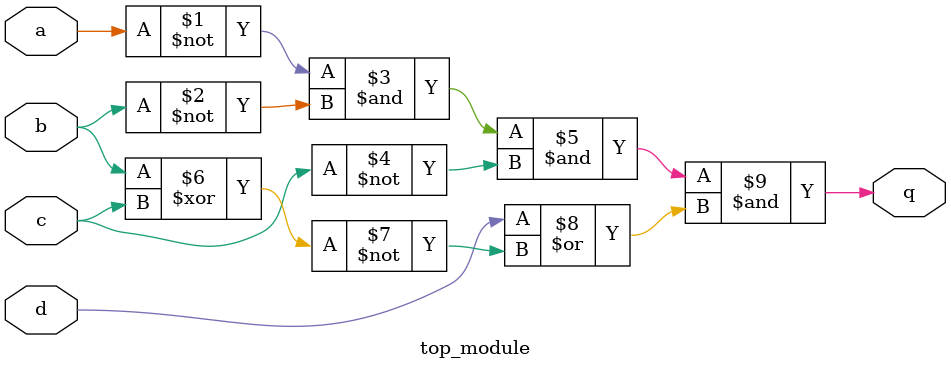
<source format=sv>
module top_module (
	input a, 
	input b, 
	input c, 
	input d,
	output q
);

	assign q = ~a & ~b & ~c & (d | ~(b ^ c));
	
endmodule

</source>
